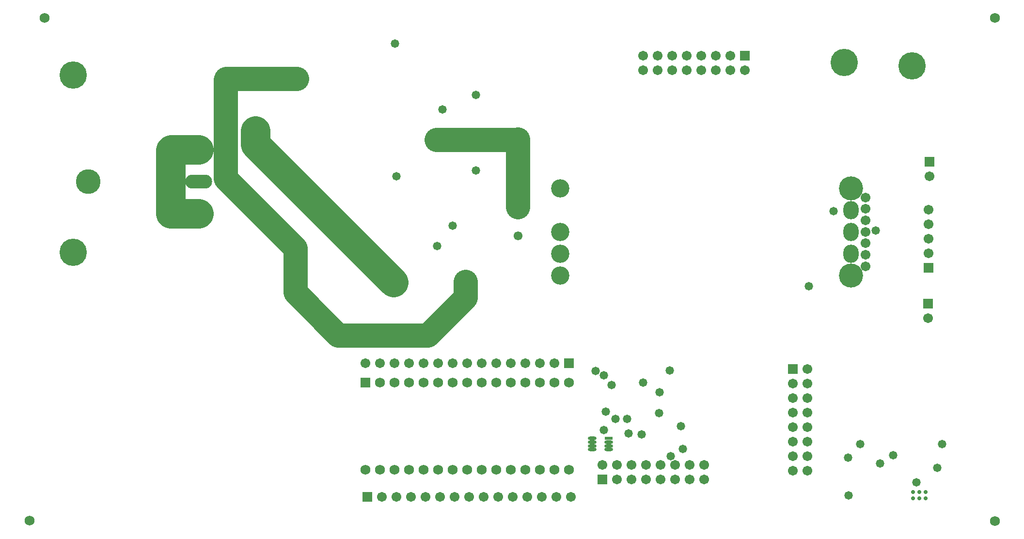
<source format=gbs>
G04 Layer_Color=16711935*
%FSLAX25Y25*%
%MOIN*%
G70*
G01*
G75*
%ADD96C,0.20485*%
%ADD97C,0.16548*%
%ADD103C,0.06706*%
%ADD104R,0.06706X0.06706*%
%ADD105R,0.06706X0.06706*%
%ADD106C,0.06115*%
%ADD107R,0.06115X0.06115*%
%ADD108C,0.16548*%
%ADD109O,0.10642X0.12611*%
%ADD110C,0.12611*%
%ADD111C,0.17000*%
%ADD112O,0.18500X0.09650*%
%ADD113C,0.18800*%
%ADD114C,0.06800*%
%ADD115R,0.06800X0.06800*%
%ADD116C,0.02768*%
%ADD117C,0.05800*%
%ADD118O,0.05800X0.02375*%
%ADD119R,0.05800X0.02375*%
D96*
X150000Y775500D02*
X169000D01*
X149500Y731500D02*
X169000D01*
X208000Y779000D02*
Y788500D01*
Y779000D02*
X303000Y684000D01*
X149500Y731500D02*
Y775000D01*
D97*
X388500Y735843D02*
Y782500D01*
X332500Y782000D02*
X388000D01*
X326500Y647500D02*
X352500Y673500D01*
X265000Y647500D02*
X326500D01*
X188000Y824000D02*
X236500D01*
X187500Y755500D02*
Y823500D01*
X235500Y677000D02*
X265000Y647500D01*
X235500Y677000D02*
Y707500D01*
X187500Y755500D02*
X235500Y707500D01*
X352500Y673500D02*
Y684500D01*
D103*
X474500Y830000D02*
D03*
X484500D02*
D03*
X494500D02*
D03*
X504500D02*
D03*
X514500D02*
D03*
X524500D02*
D03*
X534500D02*
D03*
X544500D02*
D03*
X474500Y840000D02*
D03*
X484500D02*
D03*
X494500D02*
D03*
X504500D02*
D03*
X514500D02*
D03*
X524500D02*
D03*
X534500D02*
D03*
X516500Y558500D02*
D03*
Y548500D02*
D03*
X506500Y558500D02*
D03*
Y548500D02*
D03*
X496500Y558500D02*
D03*
Y548500D02*
D03*
X486500Y558500D02*
D03*
Y548500D02*
D03*
X476500Y558500D02*
D03*
Y548500D02*
D03*
X466500Y558500D02*
D03*
Y548500D02*
D03*
X456500Y558500D02*
D03*
Y548500D02*
D03*
X446500Y558500D02*
D03*
X587587Y554500D02*
D03*
X577587D02*
D03*
X587587Y564500D02*
D03*
X577587D02*
D03*
X587587Y574500D02*
D03*
X577587D02*
D03*
X587587Y584500D02*
D03*
X577587D02*
D03*
X587587Y594500D02*
D03*
X577587D02*
D03*
X587587Y604500D02*
D03*
X577587D02*
D03*
X587587Y614500D02*
D03*
X577587D02*
D03*
X587587Y624500D02*
D03*
X627500Y695252D02*
D03*
Y742496D02*
D03*
Y703126D02*
D03*
Y711000D02*
D03*
Y734622D02*
D03*
Y726748D02*
D03*
Y718874D02*
D03*
X671000Y704000D02*
D03*
Y714000D02*
D03*
Y724000D02*
D03*
Y734000D02*
D03*
X670500Y659500D02*
D03*
X671500Y757000D02*
D03*
X413500Y628500D02*
D03*
X403500D02*
D03*
X393500D02*
D03*
X383500D02*
D03*
X373500D02*
D03*
X363500D02*
D03*
X353500D02*
D03*
X343500D02*
D03*
X333500D02*
D03*
X323500D02*
D03*
X313500D02*
D03*
X303500D02*
D03*
X293500D02*
D03*
X283500D02*
D03*
X295000Y536500D02*
D03*
X305000D02*
D03*
X315000D02*
D03*
X325000D02*
D03*
X335000D02*
D03*
X345000D02*
D03*
X355000D02*
D03*
X365000D02*
D03*
X375000D02*
D03*
X385000D02*
D03*
X395000D02*
D03*
X405000D02*
D03*
X415000D02*
D03*
X425000D02*
D03*
D104*
X544500Y840000D02*
D03*
X446500Y548500D02*
D03*
X423500Y628500D02*
D03*
X285000Y536500D02*
D03*
D105*
X577587Y624500D02*
D03*
X671000Y694000D02*
D03*
X670500Y669500D02*
D03*
X671500Y767000D02*
D03*
D106*
X388500Y716157D02*
D03*
D107*
Y735843D02*
D03*
D108*
X617500Y688874D02*
D03*
Y748874D02*
D03*
D109*
Y703874D02*
D03*
Y718874D02*
D03*
Y733874D02*
D03*
D110*
X417500Y688874D02*
D03*
Y703874D02*
D03*
Y718874D02*
D03*
Y748874D02*
D03*
D111*
X93000Y753500D02*
D03*
D112*
X169000Y775500D02*
D03*
Y753500D02*
D03*
Y731500D02*
D03*
D113*
X613000Y835500D02*
D03*
X659500Y833000D02*
D03*
X82677Y704724D02*
D03*
Y826772D02*
D03*
D114*
X403500Y615000D02*
D03*
X393500D02*
D03*
X383500D02*
D03*
X373500D02*
D03*
X363500D02*
D03*
X353500D02*
D03*
X343500D02*
D03*
X333500D02*
D03*
X323500D02*
D03*
X313500D02*
D03*
X303500D02*
D03*
X293500D02*
D03*
X283500Y555000D02*
D03*
X413500Y615000D02*
D03*
X423500D02*
D03*
X293500Y555000D02*
D03*
X303500D02*
D03*
X313500D02*
D03*
X323500D02*
D03*
X333500D02*
D03*
X343500D02*
D03*
X353500D02*
D03*
X363500D02*
D03*
X373500D02*
D03*
X403500D02*
D03*
X383500D02*
D03*
X393500D02*
D03*
X413500D02*
D03*
X423500D02*
D03*
X52500Y520000D02*
D03*
X716535Y519685D02*
D03*
Y866142D02*
D03*
X62992D02*
D03*
D115*
X283500Y615000D02*
D03*
D116*
X668831Y539878D02*
D03*
Y535547D02*
D03*
X664500Y539878D02*
D03*
Y535547D02*
D03*
X660169Y539878D02*
D03*
Y535547D02*
D03*
D117*
X336500Y803000D02*
D03*
X333000Y709000D02*
D03*
X343500Y723000D02*
D03*
X493000Y623500D02*
D03*
X486000Y608500D02*
D03*
X474500Y615000D02*
D03*
X332500Y782000D02*
D03*
X359500Y813000D02*
D03*
Y761100D02*
D03*
X304000Y848500D02*
D03*
X305000Y757000D02*
D03*
X208000Y788500D02*
D03*
X303000Y684000D02*
D03*
X352500D02*
D03*
X236500Y824000D02*
D03*
X235500Y707500D02*
D03*
X680400Y572800D02*
D03*
X624100D02*
D03*
X662500Y546500D02*
D03*
X616000Y537500D02*
D03*
X677000Y556500D02*
D03*
X493500Y564500D02*
D03*
X588800Y681500D02*
D03*
X634700Y719900D02*
D03*
X637500Y559500D02*
D03*
X646500Y565000D02*
D03*
X615500Y563500D02*
D03*
X449000Y595000D02*
D03*
X453000Y613500D02*
D03*
X502000Y569500D02*
D03*
X500500Y585000D02*
D03*
X473500Y579500D02*
D03*
X485500Y594000D02*
D03*
X464500Y580000D02*
D03*
X455500Y590000D02*
D03*
X463500D02*
D03*
X447500Y582500D02*
D03*
Y620000D02*
D03*
X442100Y623100D02*
D03*
X605600Y733000D02*
D03*
D118*
X439500Y571559D02*
D03*
X451114D02*
D03*
Y574118D02*
D03*
X439514Y576677D02*
D03*
X439500Y569000D02*
D03*
X451114D02*
D03*
X439500Y574118D02*
D03*
D119*
X451114Y576677D02*
D03*
M02*

</source>
